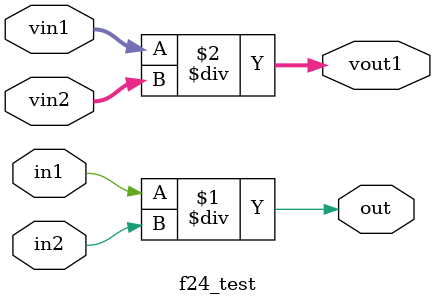
<source format=v>
module f24_test(out, in1, in2, vin1, vin2, vout1);
output out;
input in1, in2;
input [1:0] vin1;
input [2:0] vin2;
output [3:0] vout1;
assign out = in1 / in2;
assign vout1 = vin1 / vin2;
endmodule
</source>
